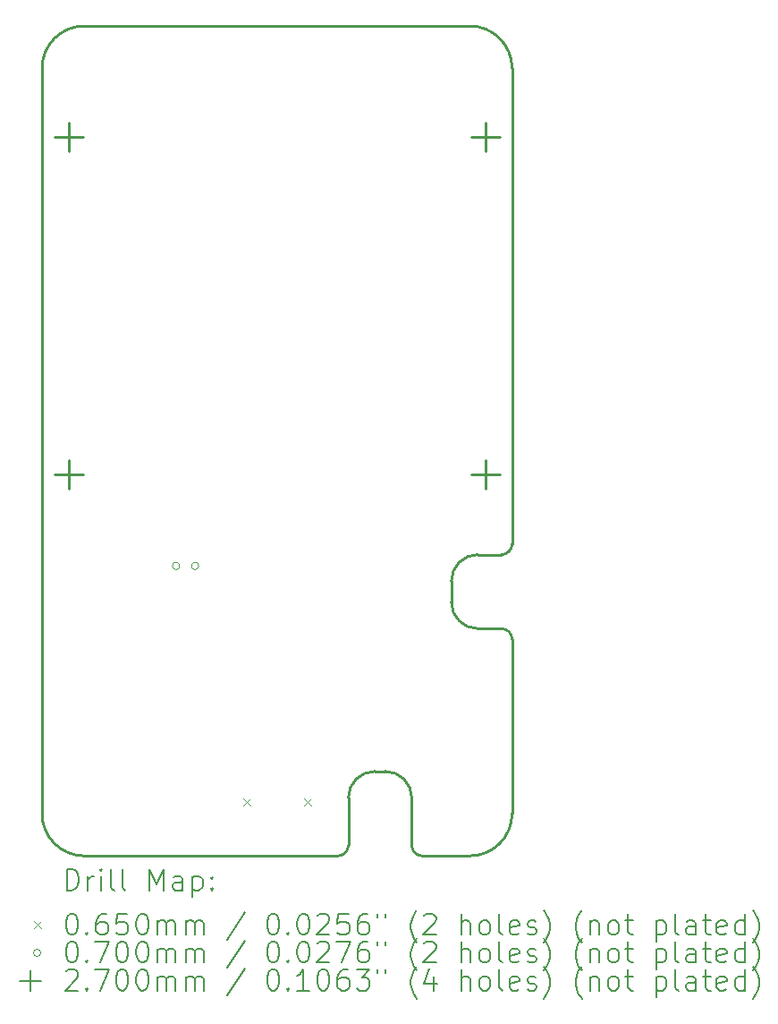
<source format=gbr>
%TF.GenerationSoftware,KiCad,Pcbnew,7.0.1*%
%TF.CreationDate,2023-09-19T14:53:10+09:00*%
%TF.ProjectId,ESP32-DevKit-Lipo_Rev_C,45535033-322d-4446-9576-4b69742d4c69,C*%
%TF.SameCoordinates,Original*%
%TF.FileFunction,Drillmap*%
%TF.FilePolarity,Positive*%
%FSLAX45Y45*%
G04 Gerber Fmt 4.5, Leading zero omitted, Abs format (unit mm)*
G04 Created by KiCad (PCBNEW 7.0.1) date 2023-09-19 14:53:10*
%MOMM*%
%LPD*%
G01*
G04 APERTURE LIST*
%ADD10C,0.254000*%
%ADD11C,0.200000*%
%ADD12C,0.065000*%
%ADD13C,0.070000*%
%ADD14C,0.270000*%
G04 APERTURE END LIST*
D10*
X16390000Y-12150000D02*
X16165000Y-12150000D01*
X15915000Y-11700000D02*
X15915000Y-11900000D01*
X16165000Y-11450000D02*
G75*
G03*
X15915000Y-11700000I0J-250000D01*
G01*
X15190000Y-13500000D02*
G75*
G03*
X14940000Y-13750000I0J-250000D01*
G01*
X15540000Y-13750000D02*
G75*
G03*
X15290000Y-13500000I-250000J0D01*
G01*
X15915000Y-11900000D02*
G75*
G03*
X16165000Y-12150000I250000J0D01*
G01*
X16490000Y-12250000D02*
G75*
G03*
X16390000Y-12150000I-100000J0D01*
G01*
X14840000Y-14300000D02*
G75*
G03*
X14940000Y-14200000I0J100000D01*
G01*
X15540000Y-14200000D02*
X15540000Y-13750000D01*
X12040000Y-6850000D02*
X12040000Y-13900000D01*
X16390000Y-11450000D02*
X16165000Y-11450000D01*
X12440000Y-6450000D02*
G75*
G03*
X12040000Y-6850000I0J-400000D01*
G01*
X16090000Y-6450000D02*
X12440000Y-6450000D01*
X15290000Y-13500000D02*
X15190000Y-13500000D01*
X16490000Y-6850000D02*
X16490000Y-11350000D01*
X16490000Y-6850000D02*
G75*
G03*
X16090000Y-6450000I-400000J0D01*
G01*
X12040000Y-13900000D02*
G75*
G03*
X12440000Y-14300000I400000J0D01*
G01*
X14940000Y-13750000D02*
X14940000Y-14200000D01*
X15540000Y-14200000D02*
G75*
G03*
X15640000Y-14300000I100000J0D01*
G01*
X16390000Y-11450000D02*
G75*
G03*
X16490000Y-11350000I0J100000D01*
G01*
X16090000Y-14300000D02*
X15640000Y-14300000D01*
X16490000Y-13900000D02*
X16490000Y-12250000D01*
X14840000Y-14300000D02*
X12440000Y-14300000D01*
X16090000Y-14300000D02*
G75*
G03*
X16490000Y-13900000I0J400000D01*
G01*
D11*
D12*
X13943500Y-13757000D02*
X14008500Y-13822000D01*
X14008500Y-13757000D02*
X13943500Y-13822000D01*
X14521500Y-13757000D02*
X14586500Y-13822000D01*
X14586500Y-13757000D02*
X14521500Y-13822000D01*
D13*
X13343500Y-11557000D02*
G75*
G03*
X13343500Y-11557000I-35000J0D01*
G01*
X13523500Y-11557000D02*
G75*
G03*
X13523500Y-11557000I-35000J0D01*
G01*
D14*
X12290000Y-7365000D02*
X12290000Y-7635000D01*
X12155000Y-7500000D02*
X12425000Y-7500000D01*
X12290000Y-10555000D02*
X12290000Y-10825000D01*
X12155000Y-10690000D02*
X12425000Y-10690000D01*
X16240000Y-7365000D02*
X16240000Y-7635000D01*
X16105000Y-7500000D02*
X16375000Y-7500000D01*
X16240000Y-10555000D02*
X16240000Y-10825000D01*
X16105000Y-10690000D02*
X16375000Y-10690000D01*
D11*
X12274919Y-14625224D02*
X12274919Y-14425224D01*
X12274919Y-14425224D02*
X12322538Y-14425224D01*
X12322538Y-14425224D02*
X12351109Y-14434748D01*
X12351109Y-14434748D02*
X12370157Y-14453795D01*
X12370157Y-14453795D02*
X12379681Y-14472843D01*
X12379681Y-14472843D02*
X12389205Y-14510938D01*
X12389205Y-14510938D02*
X12389205Y-14539509D01*
X12389205Y-14539509D02*
X12379681Y-14577605D01*
X12379681Y-14577605D02*
X12370157Y-14596652D01*
X12370157Y-14596652D02*
X12351109Y-14615700D01*
X12351109Y-14615700D02*
X12322538Y-14625224D01*
X12322538Y-14625224D02*
X12274919Y-14625224D01*
X12474919Y-14625224D02*
X12474919Y-14491890D01*
X12474919Y-14529986D02*
X12484443Y-14510938D01*
X12484443Y-14510938D02*
X12493967Y-14501414D01*
X12493967Y-14501414D02*
X12513014Y-14491890D01*
X12513014Y-14491890D02*
X12532062Y-14491890D01*
X12598728Y-14625224D02*
X12598728Y-14491890D01*
X12598728Y-14425224D02*
X12589205Y-14434748D01*
X12589205Y-14434748D02*
X12598728Y-14444271D01*
X12598728Y-14444271D02*
X12608252Y-14434748D01*
X12608252Y-14434748D02*
X12598728Y-14425224D01*
X12598728Y-14425224D02*
X12598728Y-14444271D01*
X12722538Y-14625224D02*
X12703490Y-14615700D01*
X12703490Y-14615700D02*
X12693967Y-14596652D01*
X12693967Y-14596652D02*
X12693967Y-14425224D01*
X12827300Y-14625224D02*
X12808252Y-14615700D01*
X12808252Y-14615700D02*
X12798728Y-14596652D01*
X12798728Y-14596652D02*
X12798728Y-14425224D01*
X13055871Y-14625224D02*
X13055871Y-14425224D01*
X13055871Y-14425224D02*
X13122538Y-14568081D01*
X13122538Y-14568081D02*
X13189205Y-14425224D01*
X13189205Y-14425224D02*
X13189205Y-14625224D01*
X13370157Y-14625224D02*
X13370157Y-14520462D01*
X13370157Y-14520462D02*
X13360633Y-14501414D01*
X13360633Y-14501414D02*
X13341586Y-14491890D01*
X13341586Y-14491890D02*
X13303490Y-14491890D01*
X13303490Y-14491890D02*
X13284443Y-14501414D01*
X13370157Y-14615700D02*
X13351109Y-14625224D01*
X13351109Y-14625224D02*
X13303490Y-14625224D01*
X13303490Y-14625224D02*
X13284443Y-14615700D01*
X13284443Y-14615700D02*
X13274919Y-14596652D01*
X13274919Y-14596652D02*
X13274919Y-14577605D01*
X13274919Y-14577605D02*
X13284443Y-14558557D01*
X13284443Y-14558557D02*
X13303490Y-14549033D01*
X13303490Y-14549033D02*
X13351109Y-14549033D01*
X13351109Y-14549033D02*
X13370157Y-14539509D01*
X13465395Y-14491890D02*
X13465395Y-14691890D01*
X13465395Y-14501414D02*
X13484443Y-14491890D01*
X13484443Y-14491890D02*
X13522538Y-14491890D01*
X13522538Y-14491890D02*
X13541586Y-14501414D01*
X13541586Y-14501414D02*
X13551109Y-14510938D01*
X13551109Y-14510938D02*
X13560633Y-14529986D01*
X13560633Y-14529986D02*
X13560633Y-14587128D01*
X13560633Y-14587128D02*
X13551109Y-14606176D01*
X13551109Y-14606176D02*
X13541586Y-14615700D01*
X13541586Y-14615700D02*
X13522538Y-14625224D01*
X13522538Y-14625224D02*
X13484443Y-14625224D01*
X13484443Y-14625224D02*
X13465395Y-14615700D01*
X13646348Y-14606176D02*
X13655871Y-14615700D01*
X13655871Y-14615700D02*
X13646348Y-14625224D01*
X13646348Y-14625224D02*
X13636824Y-14615700D01*
X13636824Y-14615700D02*
X13646348Y-14606176D01*
X13646348Y-14606176D02*
X13646348Y-14625224D01*
X13646348Y-14501414D02*
X13655871Y-14510938D01*
X13655871Y-14510938D02*
X13646348Y-14520462D01*
X13646348Y-14520462D02*
X13636824Y-14510938D01*
X13636824Y-14510938D02*
X13646348Y-14501414D01*
X13646348Y-14501414D02*
X13646348Y-14520462D01*
D12*
X11962300Y-14920200D02*
X12027300Y-14985200D01*
X12027300Y-14920200D02*
X11962300Y-14985200D01*
D11*
X12313014Y-14845224D02*
X12332062Y-14845224D01*
X12332062Y-14845224D02*
X12351109Y-14854748D01*
X12351109Y-14854748D02*
X12360633Y-14864271D01*
X12360633Y-14864271D02*
X12370157Y-14883319D01*
X12370157Y-14883319D02*
X12379681Y-14921414D01*
X12379681Y-14921414D02*
X12379681Y-14969033D01*
X12379681Y-14969033D02*
X12370157Y-15007128D01*
X12370157Y-15007128D02*
X12360633Y-15026176D01*
X12360633Y-15026176D02*
X12351109Y-15035700D01*
X12351109Y-15035700D02*
X12332062Y-15045224D01*
X12332062Y-15045224D02*
X12313014Y-15045224D01*
X12313014Y-15045224D02*
X12293967Y-15035700D01*
X12293967Y-15035700D02*
X12284443Y-15026176D01*
X12284443Y-15026176D02*
X12274919Y-15007128D01*
X12274919Y-15007128D02*
X12265395Y-14969033D01*
X12265395Y-14969033D02*
X12265395Y-14921414D01*
X12265395Y-14921414D02*
X12274919Y-14883319D01*
X12274919Y-14883319D02*
X12284443Y-14864271D01*
X12284443Y-14864271D02*
X12293967Y-14854748D01*
X12293967Y-14854748D02*
X12313014Y-14845224D01*
X12465395Y-15026176D02*
X12474919Y-15035700D01*
X12474919Y-15035700D02*
X12465395Y-15045224D01*
X12465395Y-15045224D02*
X12455871Y-15035700D01*
X12455871Y-15035700D02*
X12465395Y-15026176D01*
X12465395Y-15026176D02*
X12465395Y-15045224D01*
X12646348Y-14845224D02*
X12608252Y-14845224D01*
X12608252Y-14845224D02*
X12589205Y-14854748D01*
X12589205Y-14854748D02*
X12579681Y-14864271D01*
X12579681Y-14864271D02*
X12560633Y-14892843D01*
X12560633Y-14892843D02*
X12551109Y-14930938D01*
X12551109Y-14930938D02*
X12551109Y-15007128D01*
X12551109Y-15007128D02*
X12560633Y-15026176D01*
X12560633Y-15026176D02*
X12570157Y-15035700D01*
X12570157Y-15035700D02*
X12589205Y-15045224D01*
X12589205Y-15045224D02*
X12627300Y-15045224D01*
X12627300Y-15045224D02*
X12646348Y-15035700D01*
X12646348Y-15035700D02*
X12655871Y-15026176D01*
X12655871Y-15026176D02*
X12665395Y-15007128D01*
X12665395Y-15007128D02*
X12665395Y-14959509D01*
X12665395Y-14959509D02*
X12655871Y-14940462D01*
X12655871Y-14940462D02*
X12646348Y-14930938D01*
X12646348Y-14930938D02*
X12627300Y-14921414D01*
X12627300Y-14921414D02*
X12589205Y-14921414D01*
X12589205Y-14921414D02*
X12570157Y-14930938D01*
X12570157Y-14930938D02*
X12560633Y-14940462D01*
X12560633Y-14940462D02*
X12551109Y-14959509D01*
X12846348Y-14845224D02*
X12751109Y-14845224D01*
X12751109Y-14845224D02*
X12741586Y-14940462D01*
X12741586Y-14940462D02*
X12751109Y-14930938D01*
X12751109Y-14930938D02*
X12770157Y-14921414D01*
X12770157Y-14921414D02*
X12817776Y-14921414D01*
X12817776Y-14921414D02*
X12836824Y-14930938D01*
X12836824Y-14930938D02*
X12846348Y-14940462D01*
X12846348Y-14940462D02*
X12855871Y-14959509D01*
X12855871Y-14959509D02*
X12855871Y-15007128D01*
X12855871Y-15007128D02*
X12846348Y-15026176D01*
X12846348Y-15026176D02*
X12836824Y-15035700D01*
X12836824Y-15035700D02*
X12817776Y-15045224D01*
X12817776Y-15045224D02*
X12770157Y-15045224D01*
X12770157Y-15045224D02*
X12751109Y-15035700D01*
X12751109Y-15035700D02*
X12741586Y-15026176D01*
X12979681Y-14845224D02*
X12998729Y-14845224D01*
X12998729Y-14845224D02*
X13017776Y-14854748D01*
X13017776Y-14854748D02*
X13027300Y-14864271D01*
X13027300Y-14864271D02*
X13036824Y-14883319D01*
X13036824Y-14883319D02*
X13046348Y-14921414D01*
X13046348Y-14921414D02*
X13046348Y-14969033D01*
X13046348Y-14969033D02*
X13036824Y-15007128D01*
X13036824Y-15007128D02*
X13027300Y-15026176D01*
X13027300Y-15026176D02*
X13017776Y-15035700D01*
X13017776Y-15035700D02*
X12998729Y-15045224D01*
X12998729Y-15045224D02*
X12979681Y-15045224D01*
X12979681Y-15045224D02*
X12960633Y-15035700D01*
X12960633Y-15035700D02*
X12951109Y-15026176D01*
X12951109Y-15026176D02*
X12941586Y-15007128D01*
X12941586Y-15007128D02*
X12932062Y-14969033D01*
X12932062Y-14969033D02*
X12932062Y-14921414D01*
X12932062Y-14921414D02*
X12941586Y-14883319D01*
X12941586Y-14883319D02*
X12951109Y-14864271D01*
X12951109Y-14864271D02*
X12960633Y-14854748D01*
X12960633Y-14854748D02*
X12979681Y-14845224D01*
X13132062Y-15045224D02*
X13132062Y-14911890D01*
X13132062Y-14930938D02*
X13141586Y-14921414D01*
X13141586Y-14921414D02*
X13160633Y-14911890D01*
X13160633Y-14911890D02*
X13189205Y-14911890D01*
X13189205Y-14911890D02*
X13208252Y-14921414D01*
X13208252Y-14921414D02*
X13217776Y-14940462D01*
X13217776Y-14940462D02*
X13217776Y-15045224D01*
X13217776Y-14940462D02*
X13227300Y-14921414D01*
X13227300Y-14921414D02*
X13246348Y-14911890D01*
X13246348Y-14911890D02*
X13274919Y-14911890D01*
X13274919Y-14911890D02*
X13293967Y-14921414D01*
X13293967Y-14921414D02*
X13303490Y-14940462D01*
X13303490Y-14940462D02*
X13303490Y-15045224D01*
X13398729Y-15045224D02*
X13398729Y-14911890D01*
X13398729Y-14930938D02*
X13408252Y-14921414D01*
X13408252Y-14921414D02*
X13427300Y-14911890D01*
X13427300Y-14911890D02*
X13455871Y-14911890D01*
X13455871Y-14911890D02*
X13474919Y-14921414D01*
X13474919Y-14921414D02*
X13484443Y-14940462D01*
X13484443Y-14940462D02*
X13484443Y-15045224D01*
X13484443Y-14940462D02*
X13493967Y-14921414D01*
X13493967Y-14921414D02*
X13513014Y-14911890D01*
X13513014Y-14911890D02*
X13541586Y-14911890D01*
X13541586Y-14911890D02*
X13560633Y-14921414D01*
X13560633Y-14921414D02*
X13570157Y-14940462D01*
X13570157Y-14940462D02*
X13570157Y-15045224D01*
X13960633Y-14835700D02*
X13789205Y-15092843D01*
X14217776Y-14845224D02*
X14236824Y-14845224D01*
X14236824Y-14845224D02*
X14255872Y-14854748D01*
X14255872Y-14854748D02*
X14265395Y-14864271D01*
X14265395Y-14864271D02*
X14274919Y-14883319D01*
X14274919Y-14883319D02*
X14284443Y-14921414D01*
X14284443Y-14921414D02*
X14284443Y-14969033D01*
X14284443Y-14969033D02*
X14274919Y-15007128D01*
X14274919Y-15007128D02*
X14265395Y-15026176D01*
X14265395Y-15026176D02*
X14255872Y-15035700D01*
X14255872Y-15035700D02*
X14236824Y-15045224D01*
X14236824Y-15045224D02*
X14217776Y-15045224D01*
X14217776Y-15045224D02*
X14198729Y-15035700D01*
X14198729Y-15035700D02*
X14189205Y-15026176D01*
X14189205Y-15026176D02*
X14179681Y-15007128D01*
X14179681Y-15007128D02*
X14170157Y-14969033D01*
X14170157Y-14969033D02*
X14170157Y-14921414D01*
X14170157Y-14921414D02*
X14179681Y-14883319D01*
X14179681Y-14883319D02*
X14189205Y-14864271D01*
X14189205Y-14864271D02*
X14198729Y-14854748D01*
X14198729Y-14854748D02*
X14217776Y-14845224D01*
X14370157Y-15026176D02*
X14379681Y-15035700D01*
X14379681Y-15035700D02*
X14370157Y-15045224D01*
X14370157Y-15045224D02*
X14360633Y-15035700D01*
X14360633Y-15035700D02*
X14370157Y-15026176D01*
X14370157Y-15026176D02*
X14370157Y-15045224D01*
X14503491Y-14845224D02*
X14522538Y-14845224D01*
X14522538Y-14845224D02*
X14541586Y-14854748D01*
X14541586Y-14854748D02*
X14551110Y-14864271D01*
X14551110Y-14864271D02*
X14560633Y-14883319D01*
X14560633Y-14883319D02*
X14570157Y-14921414D01*
X14570157Y-14921414D02*
X14570157Y-14969033D01*
X14570157Y-14969033D02*
X14560633Y-15007128D01*
X14560633Y-15007128D02*
X14551110Y-15026176D01*
X14551110Y-15026176D02*
X14541586Y-15035700D01*
X14541586Y-15035700D02*
X14522538Y-15045224D01*
X14522538Y-15045224D02*
X14503491Y-15045224D01*
X14503491Y-15045224D02*
X14484443Y-15035700D01*
X14484443Y-15035700D02*
X14474919Y-15026176D01*
X14474919Y-15026176D02*
X14465395Y-15007128D01*
X14465395Y-15007128D02*
X14455872Y-14969033D01*
X14455872Y-14969033D02*
X14455872Y-14921414D01*
X14455872Y-14921414D02*
X14465395Y-14883319D01*
X14465395Y-14883319D02*
X14474919Y-14864271D01*
X14474919Y-14864271D02*
X14484443Y-14854748D01*
X14484443Y-14854748D02*
X14503491Y-14845224D01*
X14646348Y-14864271D02*
X14655872Y-14854748D01*
X14655872Y-14854748D02*
X14674919Y-14845224D01*
X14674919Y-14845224D02*
X14722538Y-14845224D01*
X14722538Y-14845224D02*
X14741586Y-14854748D01*
X14741586Y-14854748D02*
X14751110Y-14864271D01*
X14751110Y-14864271D02*
X14760633Y-14883319D01*
X14760633Y-14883319D02*
X14760633Y-14902367D01*
X14760633Y-14902367D02*
X14751110Y-14930938D01*
X14751110Y-14930938D02*
X14636824Y-15045224D01*
X14636824Y-15045224D02*
X14760633Y-15045224D01*
X14941586Y-14845224D02*
X14846348Y-14845224D01*
X14846348Y-14845224D02*
X14836824Y-14940462D01*
X14836824Y-14940462D02*
X14846348Y-14930938D01*
X14846348Y-14930938D02*
X14865395Y-14921414D01*
X14865395Y-14921414D02*
X14913014Y-14921414D01*
X14913014Y-14921414D02*
X14932062Y-14930938D01*
X14932062Y-14930938D02*
X14941586Y-14940462D01*
X14941586Y-14940462D02*
X14951110Y-14959509D01*
X14951110Y-14959509D02*
X14951110Y-15007128D01*
X14951110Y-15007128D02*
X14941586Y-15026176D01*
X14941586Y-15026176D02*
X14932062Y-15035700D01*
X14932062Y-15035700D02*
X14913014Y-15045224D01*
X14913014Y-15045224D02*
X14865395Y-15045224D01*
X14865395Y-15045224D02*
X14846348Y-15035700D01*
X14846348Y-15035700D02*
X14836824Y-15026176D01*
X15122538Y-14845224D02*
X15084443Y-14845224D01*
X15084443Y-14845224D02*
X15065395Y-14854748D01*
X15065395Y-14854748D02*
X15055872Y-14864271D01*
X15055872Y-14864271D02*
X15036824Y-14892843D01*
X15036824Y-14892843D02*
X15027300Y-14930938D01*
X15027300Y-14930938D02*
X15027300Y-15007128D01*
X15027300Y-15007128D02*
X15036824Y-15026176D01*
X15036824Y-15026176D02*
X15046348Y-15035700D01*
X15046348Y-15035700D02*
X15065395Y-15045224D01*
X15065395Y-15045224D02*
X15103491Y-15045224D01*
X15103491Y-15045224D02*
X15122538Y-15035700D01*
X15122538Y-15035700D02*
X15132062Y-15026176D01*
X15132062Y-15026176D02*
X15141586Y-15007128D01*
X15141586Y-15007128D02*
X15141586Y-14959509D01*
X15141586Y-14959509D02*
X15132062Y-14940462D01*
X15132062Y-14940462D02*
X15122538Y-14930938D01*
X15122538Y-14930938D02*
X15103491Y-14921414D01*
X15103491Y-14921414D02*
X15065395Y-14921414D01*
X15065395Y-14921414D02*
X15046348Y-14930938D01*
X15046348Y-14930938D02*
X15036824Y-14940462D01*
X15036824Y-14940462D02*
X15027300Y-14959509D01*
X15217776Y-14845224D02*
X15217776Y-14883319D01*
X15293967Y-14845224D02*
X15293967Y-14883319D01*
X15589205Y-15121414D02*
X15579681Y-15111890D01*
X15579681Y-15111890D02*
X15560634Y-15083319D01*
X15560634Y-15083319D02*
X15551110Y-15064271D01*
X15551110Y-15064271D02*
X15541586Y-15035700D01*
X15541586Y-15035700D02*
X15532062Y-14988081D01*
X15532062Y-14988081D02*
X15532062Y-14949986D01*
X15532062Y-14949986D02*
X15541586Y-14902367D01*
X15541586Y-14902367D02*
X15551110Y-14873795D01*
X15551110Y-14873795D02*
X15560634Y-14854748D01*
X15560634Y-14854748D02*
X15579681Y-14826176D01*
X15579681Y-14826176D02*
X15589205Y-14816652D01*
X15655872Y-14864271D02*
X15665395Y-14854748D01*
X15665395Y-14854748D02*
X15684443Y-14845224D01*
X15684443Y-14845224D02*
X15732062Y-14845224D01*
X15732062Y-14845224D02*
X15751110Y-14854748D01*
X15751110Y-14854748D02*
X15760634Y-14864271D01*
X15760634Y-14864271D02*
X15770157Y-14883319D01*
X15770157Y-14883319D02*
X15770157Y-14902367D01*
X15770157Y-14902367D02*
X15760634Y-14930938D01*
X15760634Y-14930938D02*
X15646348Y-15045224D01*
X15646348Y-15045224D02*
X15770157Y-15045224D01*
X16008253Y-15045224D02*
X16008253Y-14845224D01*
X16093967Y-15045224D02*
X16093967Y-14940462D01*
X16093967Y-14940462D02*
X16084443Y-14921414D01*
X16084443Y-14921414D02*
X16065396Y-14911890D01*
X16065396Y-14911890D02*
X16036824Y-14911890D01*
X16036824Y-14911890D02*
X16017776Y-14921414D01*
X16017776Y-14921414D02*
X16008253Y-14930938D01*
X16217776Y-15045224D02*
X16198729Y-15035700D01*
X16198729Y-15035700D02*
X16189205Y-15026176D01*
X16189205Y-15026176D02*
X16179681Y-15007128D01*
X16179681Y-15007128D02*
X16179681Y-14949986D01*
X16179681Y-14949986D02*
X16189205Y-14930938D01*
X16189205Y-14930938D02*
X16198729Y-14921414D01*
X16198729Y-14921414D02*
X16217776Y-14911890D01*
X16217776Y-14911890D02*
X16246348Y-14911890D01*
X16246348Y-14911890D02*
X16265396Y-14921414D01*
X16265396Y-14921414D02*
X16274919Y-14930938D01*
X16274919Y-14930938D02*
X16284443Y-14949986D01*
X16284443Y-14949986D02*
X16284443Y-15007128D01*
X16284443Y-15007128D02*
X16274919Y-15026176D01*
X16274919Y-15026176D02*
X16265396Y-15035700D01*
X16265396Y-15035700D02*
X16246348Y-15045224D01*
X16246348Y-15045224D02*
X16217776Y-15045224D01*
X16398729Y-15045224D02*
X16379681Y-15035700D01*
X16379681Y-15035700D02*
X16370157Y-15016652D01*
X16370157Y-15016652D02*
X16370157Y-14845224D01*
X16551110Y-15035700D02*
X16532062Y-15045224D01*
X16532062Y-15045224D02*
X16493967Y-15045224D01*
X16493967Y-15045224D02*
X16474919Y-15035700D01*
X16474919Y-15035700D02*
X16465396Y-15016652D01*
X16465396Y-15016652D02*
X16465396Y-14940462D01*
X16465396Y-14940462D02*
X16474919Y-14921414D01*
X16474919Y-14921414D02*
X16493967Y-14911890D01*
X16493967Y-14911890D02*
X16532062Y-14911890D01*
X16532062Y-14911890D02*
X16551110Y-14921414D01*
X16551110Y-14921414D02*
X16560634Y-14940462D01*
X16560634Y-14940462D02*
X16560634Y-14959509D01*
X16560634Y-14959509D02*
X16465396Y-14978557D01*
X16636824Y-15035700D02*
X16655872Y-15045224D01*
X16655872Y-15045224D02*
X16693967Y-15045224D01*
X16693967Y-15045224D02*
X16713015Y-15035700D01*
X16713015Y-15035700D02*
X16722538Y-15016652D01*
X16722538Y-15016652D02*
X16722538Y-15007128D01*
X16722538Y-15007128D02*
X16713015Y-14988081D01*
X16713015Y-14988081D02*
X16693967Y-14978557D01*
X16693967Y-14978557D02*
X16665396Y-14978557D01*
X16665396Y-14978557D02*
X16646348Y-14969033D01*
X16646348Y-14969033D02*
X16636824Y-14949986D01*
X16636824Y-14949986D02*
X16636824Y-14940462D01*
X16636824Y-14940462D02*
X16646348Y-14921414D01*
X16646348Y-14921414D02*
X16665396Y-14911890D01*
X16665396Y-14911890D02*
X16693967Y-14911890D01*
X16693967Y-14911890D02*
X16713015Y-14921414D01*
X16789205Y-15121414D02*
X16798729Y-15111890D01*
X16798729Y-15111890D02*
X16817777Y-15083319D01*
X16817777Y-15083319D02*
X16827300Y-15064271D01*
X16827300Y-15064271D02*
X16836824Y-15035700D01*
X16836824Y-15035700D02*
X16846348Y-14988081D01*
X16846348Y-14988081D02*
X16846348Y-14949986D01*
X16846348Y-14949986D02*
X16836824Y-14902367D01*
X16836824Y-14902367D02*
X16827300Y-14873795D01*
X16827300Y-14873795D02*
X16817777Y-14854748D01*
X16817777Y-14854748D02*
X16798729Y-14826176D01*
X16798729Y-14826176D02*
X16789205Y-14816652D01*
X17151110Y-15121414D02*
X17141586Y-15111890D01*
X17141586Y-15111890D02*
X17122539Y-15083319D01*
X17122539Y-15083319D02*
X17113015Y-15064271D01*
X17113015Y-15064271D02*
X17103491Y-15035700D01*
X17103491Y-15035700D02*
X17093967Y-14988081D01*
X17093967Y-14988081D02*
X17093967Y-14949986D01*
X17093967Y-14949986D02*
X17103491Y-14902367D01*
X17103491Y-14902367D02*
X17113015Y-14873795D01*
X17113015Y-14873795D02*
X17122539Y-14854748D01*
X17122539Y-14854748D02*
X17141586Y-14826176D01*
X17141586Y-14826176D02*
X17151110Y-14816652D01*
X17227300Y-14911890D02*
X17227300Y-15045224D01*
X17227300Y-14930938D02*
X17236824Y-14921414D01*
X17236824Y-14921414D02*
X17255872Y-14911890D01*
X17255872Y-14911890D02*
X17284443Y-14911890D01*
X17284443Y-14911890D02*
X17303491Y-14921414D01*
X17303491Y-14921414D02*
X17313015Y-14940462D01*
X17313015Y-14940462D02*
X17313015Y-15045224D01*
X17436824Y-15045224D02*
X17417777Y-15035700D01*
X17417777Y-15035700D02*
X17408253Y-15026176D01*
X17408253Y-15026176D02*
X17398729Y-15007128D01*
X17398729Y-15007128D02*
X17398729Y-14949986D01*
X17398729Y-14949986D02*
X17408253Y-14930938D01*
X17408253Y-14930938D02*
X17417777Y-14921414D01*
X17417777Y-14921414D02*
X17436824Y-14911890D01*
X17436824Y-14911890D02*
X17465396Y-14911890D01*
X17465396Y-14911890D02*
X17484443Y-14921414D01*
X17484443Y-14921414D02*
X17493967Y-14930938D01*
X17493967Y-14930938D02*
X17503491Y-14949986D01*
X17503491Y-14949986D02*
X17503491Y-15007128D01*
X17503491Y-15007128D02*
X17493967Y-15026176D01*
X17493967Y-15026176D02*
X17484443Y-15035700D01*
X17484443Y-15035700D02*
X17465396Y-15045224D01*
X17465396Y-15045224D02*
X17436824Y-15045224D01*
X17560634Y-14911890D02*
X17636824Y-14911890D01*
X17589205Y-14845224D02*
X17589205Y-15016652D01*
X17589205Y-15016652D02*
X17598729Y-15035700D01*
X17598729Y-15035700D02*
X17617777Y-15045224D01*
X17617777Y-15045224D02*
X17636824Y-15045224D01*
X17855872Y-14911890D02*
X17855872Y-15111890D01*
X17855872Y-14921414D02*
X17874920Y-14911890D01*
X17874920Y-14911890D02*
X17913015Y-14911890D01*
X17913015Y-14911890D02*
X17932062Y-14921414D01*
X17932062Y-14921414D02*
X17941586Y-14930938D01*
X17941586Y-14930938D02*
X17951110Y-14949986D01*
X17951110Y-14949986D02*
X17951110Y-15007128D01*
X17951110Y-15007128D02*
X17941586Y-15026176D01*
X17941586Y-15026176D02*
X17932062Y-15035700D01*
X17932062Y-15035700D02*
X17913015Y-15045224D01*
X17913015Y-15045224D02*
X17874920Y-15045224D01*
X17874920Y-15045224D02*
X17855872Y-15035700D01*
X18065396Y-15045224D02*
X18046348Y-15035700D01*
X18046348Y-15035700D02*
X18036824Y-15016652D01*
X18036824Y-15016652D02*
X18036824Y-14845224D01*
X18227301Y-15045224D02*
X18227301Y-14940462D01*
X18227301Y-14940462D02*
X18217777Y-14921414D01*
X18217777Y-14921414D02*
X18198729Y-14911890D01*
X18198729Y-14911890D02*
X18160634Y-14911890D01*
X18160634Y-14911890D02*
X18141586Y-14921414D01*
X18227301Y-15035700D02*
X18208253Y-15045224D01*
X18208253Y-15045224D02*
X18160634Y-15045224D01*
X18160634Y-15045224D02*
X18141586Y-15035700D01*
X18141586Y-15035700D02*
X18132062Y-15016652D01*
X18132062Y-15016652D02*
X18132062Y-14997605D01*
X18132062Y-14997605D02*
X18141586Y-14978557D01*
X18141586Y-14978557D02*
X18160634Y-14969033D01*
X18160634Y-14969033D02*
X18208253Y-14969033D01*
X18208253Y-14969033D02*
X18227301Y-14959509D01*
X18293967Y-14911890D02*
X18370158Y-14911890D01*
X18322539Y-14845224D02*
X18322539Y-15016652D01*
X18322539Y-15016652D02*
X18332062Y-15035700D01*
X18332062Y-15035700D02*
X18351110Y-15045224D01*
X18351110Y-15045224D02*
X18370158Y-15045224D01*
X18513015Y-15035700D02*
X18493967Y-15045224D01*
X18493967Y-15045224D02*
X18455872Y-15045224D01*
X18455872Y-15045224D02*
X18436824Y-15035700D01*
X18436824Y-15035700D02*
X18427301Y-15016652D01*
X18427301Y-15016652D02*
X18427301Y-14940462D01*
X18427301Y-14940462D02*
X18436824Y-14921414D01*
X18436824Y-14921414D02*
X18455872Y-14911890D01*
X18455872Y-14911890D02*
X18493967Y-14911890D01*
X18493967Y-14911890D02*
X18513015Y-14921414D01*
X18513015Y-14921414D02*
X18522539Y-14940462D01*
X18522539Y-14940462D02*
X18522539Y-14959509D01*
X18522539Y-14959509D02*
X18427301Y-14978557D01*
X18693967Y-15045224D02*
X18693967Y-14845224D01*
X18693967Y-15035700D02*
X18674920Y-15045224D01*
X18674920Y-15045224D02*
X18636824Y-15045224D01*
X18636824Y-15045224D02*
X18617777Y-15035700D01*
X18617777Y-15035700D02*
X18608253Y-15026176D01*
X18608253Y-15026176D02*
X18598729Y-15007128D01*
X18598729Y-15007128D02*
X18598729Y-14949986D01*
X18598729Y-14949986D02*
X18608253Y-14930938D01*
X18608253Y-14930938D02*
X18617777Y-14921414D01*
X18617777Y-14921414D02*
X18636824Y-14911890D01*
X18636824Y-14911890D02*
X18674920Y-14911890D01*
X18674920Y-14911890D02*
X18693967Y-14921414D01*
X18770158Y-15121414D02*
X18779682Y-15111890D01*
X18779682Y-15111890D02*
X18798729Y-15083319D01*
X18798729Y-15083319D02*
X18808253Y-15064271D01*
X18808253Y-15064271D02*
X18817777Y-15035700D01*
X18817777Y-15035700D02*
X18827301Y-14988081D01*
X18827301Y-14988081D02*
X18827301Y-14949986D01*
X18827301Y-14949986D02*
X18817777Y-14902367D01*
X18817777Y-14902367D02*
X18808253Y-14873795D01*
X18808253Y-14873795D02*
X18798729Y-14854748D01*
X18798729Y-14854748D02*
X18779682Y-14826176D01*
X18779682Y-14826176D02*
X18770158Y-14816652D01*
D13*
X12027300Y-15216700D02*
G75*
G03*
X12027300Y-15216700I-35000J0D01*
G01*
D11*
X12313014Y-15109224D02*
X12332062Y-15109224D01*
X12332062Y-15109224D02*
X12351109Y-15118748D01*
X12351109Y-15118748D02*
X12360633Y-15128271D01*
X12360633Y-15128271D02*
X12370157Y-15147319D01*
X12370157Y-15147319D02*
X12379681Y-15185414D01*
X12379681Y-15185414D02*
X12379681Y-15233033D01*
X12379681Y-15233033D02*
X12370157Y-15271128D01*
X12370157Y-15271128D02*
X12360633Y-15290176D01*
X12360633Y-15290176D02*
X12351109Y-15299700D01*
X12351109Y-15299700D02*
X12332062Y-15309224D01*
X12332062Y-15309224D02*
X12313014Y-15309224D01*
X12313014Y-15309224D02*
X12293967Y-15299700D01*
X12293967Y-15299700D02*
X12284443Y-15290176D01*
X12284443Y-15290176D02*
X12274919Y-15271128D01*
X12274919Y-15271128D02*
X12265395Y-15233033D01*
X12265395Y-15233033D02*
X12265395Y-15185414D01*
X12265395Y-15185414D02*
X12274919Y-15147319D01*
X12274919Y-15147319D02*
X12284443Y-15128271D01*
X12284443Y-15128271D02*
X12293967Y-15118748D01*
X12293967Y-15118748D02*
X12313014Y-15109224D01*
X12465395Y-15290176D02*
X12474919Y-15299700D01*
X12474919Y-15299700D02*
X12465395Y-15309224D01*
X12465395Y-15309224D02*
X12455871Y-15299700D01*
X12455871Y-15299700D02*
X12465395Y-15290176D01*
X12465395Y-15290176D02*
X12465395Y-15309224D01*
X12541586Y-15109224D02*
X12674919Y-15109224D01*
X12674919Y-15109224D02*
X12589205Y-15309224D01*
X12789205Y-15109224D02*
X12808252Y-15109224D01*
X12808252Y-15109224D02*
X12827300Y-15118748D01*
X12827300Y-15118748D02*
X12836824Y-15128271D01*
X12836824Y-15128271D02*
X12846348Y-15147319D01*
X12846348Y-15147319D02*
X12855871Y-15185414D01*
X12855871Y-15185414D02*
X12855871Y-15233033D01*
X12855871Y-15233033D02*
X12846348Y-15271128D01*
X12846348Y-15271128D02*
X12836824Y-15290176D01*
X12836824Y-15290176D02*
X12827300Y-15299700D01*
X12827300Y-15299700D02*
X12808252Y-15309224D01*
X12808252Y-15309224D02*
X12789205Y-15309224D01*
X12789205Y-15309224D02*
X12770157Y-15299700D01*
X12770157Y-15299700D02*
X12760633Y-15290176D01*
X12760633Y-15290176D02*
X12751109Y-15271128D01*
X12751109Y-15271128D02*
X12741586Y-15233033D01*
X12741586Y-15233033D02*
X12741586Y-15185414D01*
X12741586Y-15185414D02*
X12751109Y-15147319D01*
X12751109Y-15147319D02*
X12760633Y-15128271D01*
X12760633Y-15128271D02*
X12770157Y-15118748D01*
X12770157Y-15118748D02*
X12789205Y-15109224D01*
X12979681Y-15109224D02*
X12998729Y-15109224D01*
X12998729Y-15109224D02*
X13017776Y-15118748D01*
X13017776Y-15118748D02*
X13027300Y-15128271D01*
X13027300Y-15128271D02*
X13036824Y-15147319D01*
X13036824Y-15147319D02*
X13046348Y-15185414D01*
X13046348Y-15185414D02*
X13046348Y-15233033D01*
X13046348Y-15233033D02*
X13036824Y-15271128D01*
X13036824Y-15271128D02*
X13027300Y-15290176D01*
X13027300Y-15290176D02*
X13017776Y-15299700D01*
X13017776Y-15299700D02*
X12998729Y-15309224D01*
X12998729Y-15309224D02*
X12979681Y-15309224D01*
X12979681Y-15309224D02*
X12960633Y-15299700D01*
X12960633Y-15299700D02*
X12951109Y-15290176D01*
X12951109Y-15290176D02*
X12941586Y-15271128D01*
X12941586Y-15271128D02*
X12932062Y-15233033D01*
X12932062Y-15233033D02*
X12932062Y-15185414D01*
X12932062Y-15185414D02*
X12941586Y-15147319D01*
X12941586Y-15147319D02*
X12951109Y-15128271D01*
X12951109Y-15128271D02*
X12960633Y-15118748D01*
X12960633Y-15118748D02*
X12979681Y-15109224D01*
X13132062Y-15309224D02*
X13132062Y-15175890D01*
X13132062Y-15194938D02*
X13141586Y-15185414D01*
X13141586Y-15185414D02*
X13160633Y-15175890D01*
X13160633Y-15175890D02*
X13189205Y-15175890D01*
X13189205Y-15175890D02*
X13208252Y-15185414D01*
X13208252Y-15185414D02*
X13217776Y-15204462D01*
X13217776Y-15204462D02*
X13217776Y-15309224D01*
X13217776Y-15204462D02*
X13227300Y-15185414D01*
X13227300Y-15185414D02*
X13246348Y-15175890D01*
X13246348Y-15175890D02*
X13274919Y-15175890D01*
X13274919Y-15175890D02*
X13293967Y-15185414D01*
X13293967Y-15185414D02*
X13303490Y-15204462D01*
X13303490Y-15204462D02*
X13303490Y-15309224D01*
X13398729Y-15309224D02*
X13398729Y-15175890D01*
X13398729Y-15194938D02*
X13408252Y-15185414D01*
X13408252Y-15185414D02*
X13427300Y-15175890D01*
X13427300Y-15175890D02*
X13455871Y-15175890D01*
X13455871Y-15175890D02*
X13474919Y-15185414D01*
X13474919Y-15185414D02*
X13484443Y-15204462D01*
X13484443Y-15204462D02*
X13484443Y-15309224D01*
X13484443Y-15204462D02*
X13493967Y-15185414D01*
X13493967Y-15185414D02*
X13513014Y-15175890D01*
X13513014Y-15175890D02*
X13541586Y-15175890D01*
X13541586Y-15175890D02*
X13560633Y-15185414D01*
X13560633Y-15185414D02*
X13570157Y-15204462D01*
X13570157Y-15204462D02*
X13570157Y-15309224D01*
X13960633Y-15099700D02*
X13789205Y-15356843D01*
X14217776Y-15109224D02*
X14236824Y-15109224D01*
X14236824Y-15109224D02*
X14255872Y-15118748D01*
X14255872Y-15118748D02*
X14265395Y-15128271D01*
X14265395Y-15128271D02*
X14274919Y-15147319D01*
X14274919Y-15147319D02*
X14284443Y-15185414D01*
X14284443Y-15185414D02*
X14284443Y-15233033D01*
X14284443Y-15233033D02*
X14274919Y-15271128D01*
X14274919Y-15271128D02*
X14265395Y-15290176D01*
X14265395Y-15290176D02*
X14255872Y-15299700D01*
X14255872Y-15299700D02*
X14236824Y-15309224D01*
X14236824Y-15309224D02*
X14217776Y-15309224D01*
X14217776Y-15309224D02*
X14198729Y-15299700D01*
X14198729Y-15299700D02*
X14189205Y-15290176D01*
X14189205Y-15290176D02*
X14179681Y-15271128D01*
X14179681Y-15271128D02*
X14170157Y-15233033D01*
X14170157Y-15233033D02*
X14170157Y-15185414D01*
X14170157Y-15185414D02*
X14179681Y-15147319D01*
X14179681Y-15147319D02*
X14189205Y-15128271D01*
X14189205Y-15128271D02*
X14198729Y-15118748D01*
X14198729Y-15118748D02*
X14217776Y-15109224D01*
X14370157Y-15290176D02*
X14379681Y-15299700D01*
X14379681Y-15299700D02*
X14370157Y-15309224D01*
X14370157Y-15309224D02*
X14360633Y-15299700D01*
X14360633Y-15299700D02*
X14370157Y-15290176D01*
X14370157Y-15290176D02*
X14370157Y-15309224D01*
X14503491Y-15109224D02*
X14522538Y-15109224D01*
X14522538Y-15109224D02*
X14541586Y-15118748D01*
X14541586Y-15118748D02*
X14551110Y-15128271D01*
X14551110Y-15128271D02*
X14560633Y-15147319D01*
X14560633Y-15147319D02*
X14570157Y-15185414D01*
X14570157Y-15185414D02*
X14570157Y-15233033D01*
X14570157Y-15233033D02*
X14560633Y-15271128D01*
X14560633Y-15271128D02*
X14551110Y-15290176D01*
X14551110Y-15290176D02*
X14541586Y-15299700D01*
X14541586Y-15299700D02*
X14522538Y-15309224D01*
X14522538Y-15309224D02*
X14503491Y-15309224D01*
X14503491Y-15309224D02*
X14484443Y-15299700D01*
X14484443Y-15299700D02*
X14474919Y-15290176D01*
X14474919Y-15290176D02*
X14465395Y-15271128D01*
X14465395Y-15271128D02*
X14455872Y-15233033D01*
X14455872Y-15233033D02*
X14455872Y-15185414D01*
X14455872Y-15185414D02*
X14465395Y-15147319D01*
X14465395Y-15147319D02*
X14474919Y-15128271D01*
X14474919Y-15128271D02*
X14484443Y-15118748D01*
X14484443Y-15118748D02*
X14503491Y-15109224D01*
X14646348Y-15128271D02*
X14655872Y-15118748D01*
X14655872Y-15118748D02*
X14674919Y-15109224D01*
X14674919Y-15109224D02*
X14722538Y-15109224D01*
X14722538Y-15109224D02*
X14741586Y-15118748D01*
X14741586Y-15118748D02*
X14751110Y-15128271D01*
X14751110Y-15128271D02*
X14760633Y-15147319D01*
X14760633Y-15147319D02*
X14760633Y-15166367D01*
X14760633Y-15166367D02*
X14751110Y-15194938D01*
X14751110Y-15194938D02*
X14636824Y-15309224D01*
X14636824Y-15309224D02*
X14760633Y-15309224D01*
X14827300Y-15109224D02*
X14960633Y-15109224D01*
X14960633Y-15109224D02*
X14874919Y-15309224D01*
X15122538Y-15109224D02*
X15084443Y-15109224D01*
X15084443Y-15109224D02*
X15065395Y-15118748D01*
X15065395Y-15118748D02*
X15055872Y-15128271D01*
X15055872Y-15128271D02*
X15036824Y-15156843D01*
X15036824Y-15156843D02*
X15027300Y-15194938D01*
X15027300Y-15194938D02*
X15027300Y-15271128D01*
X15027300Y-15271128D02*
X15036824Y-15290176D01*
X15036824Y-15290176D02*
X15046348Y-15299700D01*
X15046348Y-15299700D02*
X15065395Y-15309224D01*
X15065395Y-15309224D02*
X15103491Y-15309224D01*
X15103491Y-15309224D02*
X15122538Y-15299700D01*
X15122538Y-15299700D02*
X15132062Y-15290176D01*
X15132062Y-15290176D02*
X15141586Y-15271128D01*
X15141586Y-15271128D02*
X15141586Y-15223509D01*
X15141586Y-15223509D02*
X15132062Y-15204462D01*
X15132062Y-15204462D02*
X15122538Y-15194938D01*
X15122538Y-15194938D02*
X15103491Y-15185414D01*
X15103491Y-15185414D02*
X15065395Y-15185414D01*
X15065395Y-15185414D02*
X15046348Y-15194938D01*
X15046348Y-15194938D02*
X15036824Y-15204462D01*
X15036824Y-15204462D02*
X15027300Y-15223509D01*
X15217776Y-15109224D02*
X15217776Y-15147319D01*
X15293967Y-15109224D02*
X15293967Y-15147319D01*
X15589205Y-15385414D02*
X15579681Y-15375890D01*
X15579681Y-15375890D02*
X15560634Y-15347319D01*
X15560634Y-15347319D02*
X15551110Y-15328271D01*
X15551110Y-15328271D02*
X15541586Y-15299700D01*
X15541586Y-15299700D02*
X15532062Y-15252081D01*
X15532062Y-15252081D02*
X15532062Y-15213986D01*
X15532062Y-15213986D02*
X15541586Y-15166367D01*
X15541586Y-15166367D02*
X15551110Y-15137795D01*
X15551110Y-15137795D02*
X15560634Y-15118748D01*
X15560634Y-15118748D02*
X15579681Y-15090176D01*
X15579681Y-15090176D02*
X15589205Y-15080652D01*
X15655872Y-15128271D02*
X15665395Y-15118748D01*
X15665395Y-15118748D02*
X15684443Y-15109224D01*
X15684443Y-15109224D02*
X15732062Y-15109224D01*
X15732062Y-15109224D02*
X15751110Y-15118748D01*
X15751110Y-15118748D02*
X15760634Y-15128271D01*
X15760634Y-15128271D02*
X15770157Y-15147319D01*
X15770157Y-15147319D02*
X15770157Y-15166367D01*
X15770157Y-15166367D02*
X15760634Y-15194938D01*
X15760634Y-15194938D02*
X15646348Y-15309224D01*
X15646348Y-15309224D02*
X15770157Y-15309224D01*
X16008253Y-15309224D02*
X16008253Y-15109224D01*
X16093967Y-15309224D02*
X16093967Y-15204462D01*
X16093967Y-15204462D02*
X16084443Y-15185414D01*
X16084443Y-15185414D02*
X16065396Y-15175890D01*
X16065396Y-15175890D02*
X16036824Y-15175890D01*
X16036824Y-15175890D02*
X16017776Y-15185414D01*
X16017776Y-15185414D02*
X16008253Y-15194938D01*
X16217776Y-15309224D02*
X16198729Y-15299700D01*
X16198729Y-15299700D02*
X16189205Y-15290176D01*
X16189205Y-15290176D02*
X16179681Y-15271128D01*
X16179681Y-15271128D02*
X16179681Y-15213986D01*
X16179681Y-15213986D02*
X16189205Y-15194938D01*
X16189205Y-15194938D02*
X16198729Y-15185414D01*
X16198729Y-15185414D02*
X16217776Y-15175890D01*
X16217776Y-15175890D02*
X16246348Y-15175890D01*
X16246348Y-15175890D02*
X16265396Y-15185414D01*
X16265396Y-15185414D02*
X16274919Y-15194938D01*
X16274919Y-15194938D02*
X16284443Y-15213986D01*
X16284443Y-15213986D02*
X16284443Y-15271128D01*
X16284443Y-15271128D02*
X16274919Y-15290176D01*
X16274919Y-15290176D02*
X16265396Y-15299700D01*
X16265396Y-15299700D02*
X16246348Y-15309224D01*
X16246348Y-15309224D02*
X16217776Y-15309224D01*
X16398729Y-15309224D02*
X16379681Y-15299700D01*
X16379681Y-15299700D02*
X16370157Y-15280652D01*
X16370157Y-15280652D02*
X16370157Y-15109224D01*
X16551110Y-15299700D02*
X16532062Y-15309224D01*
X16532062Y-15309224D02*
X16493967Y-15309224D01*
X16493967Y-15309224D02*
X16474919Y-15299700D01*
X16474919Y-15299700D02*
X16465396Y-15280652D01*
X16465396Y-15280652D02*
X16465396Y-15204462D01*
X16465396Y-15204462D02*
X16474919Y-15185414D01*
X16474919Y-15185414D02*
X16493967Y-15175890D01*
X16493967Y-15175890D02*
X16532062Y-15175890D01*
X16532062Y-15175890D02*
X16551110Y-15185414D01*
X16551110Y-15185414D02*
X16560634Y-15204462D01*
X16560634Y-15204462D02*
X16560634Y-15223509D01*
X16560634Y-15223509D02*
X16465396Y-15242557D01*
X16636824Y-15299700D02*
X16655872Y-15309224D01*
X16655872Y-15309224D02*
X16693967Y-15309224D01*
X16693967Y-15309224D02*
X16713015Y-15299700D01*
X16713015Y-15299700D02*
X16722538Y-15280652D01*
X16722538Y-15280652D02*
X16722538Y-15271128D01*
X16722538Y-15271128D02*
X16713015Y-15252081D01*
X16713015Y-15252081D02*
X16693967Y-15242557D01*
X16693967Y-15242557D02*
X16665396Y-15242557D01*
X16665396Y-15242557D02*
X16646348Y-15233033D01*
X16646348Y-15233033D02*
X16636824Y-15213986D01*
X16636824Y-15213986D02*
X16636824Y-15204462D01*
X16636824Y-15204462D02*
X16646348Y-15185414D01*
X16646348Y-15185414D02*
X16665396Y-15175890D01*
X16665396Y-15175890D02*
X16693967Y-15175890D01*
X16693967Y-15175890D02*
X16713015Y-15185414D01*
X16789205Y-15385414D02*
X16798729Y-15375890D01*
X16798729Y-15375890D02*
X16817777Y-15347319D01*
X16817777Y-15347319D02*
X16827300Y-15328271D01*
X16827300Y-15328271D02*
X16836824Y-15299700D01*
X16836824Y-15299700D02*
X16846348Y-15252081D01*
X16846348Y-15252081D02*
X16846348Y-15213986D01*
X16846348Y-15213986D02*
X16836824Y-15166367D01*
X16836824Y-15166367D02*
X16827300Y-15137795D01*
X16827300Y-15137795D02*
X16817777Y-15118748D01*
X16817777Y-15118748D02*
X16798729Y-15090176D01*
X16798729Y-15090176D02*
X16789205Y-15080652D01*
X17151110Y-15385414D02*
X17141586Y-15375890D01*
X17141586Y-15375890D02*
X17122539Y-15347319D01*
X17122539Y-15347319D02*
X17113015Y-15328271D01*
X17113015Y-15328271D02*
X17103491Y-15299700D01*
X17103491Y-15299700D02*
X17093967Y-15252081D01*
X17093967Y-15252081D02*
X17093967Y-15213986D01*
X17093967Y-15213986D02*
X17103491Y-15166367D01*
X17103491Y-15166367D02*
X17113015Y-15137795D01*
X17113015Y-15137795D02*
X17122539Y-15118748D01*
X17122539Y-15118748D02*
X17141586Y-15090176D01*
X17141586Y-15090176D02*
X17151110Y-15080652D01*
X17227300Y-15175890D02*
X17227300Y-15309224D01*
X17227300Y-15194938D02*
X17236824Y-15185414D01*
X17236824Y-15185414D02*
X17255872Y-15175890D01*
X17255872Y-15175890D02*
X17284443Y-15175890D01*
X17284443Y-15175890D02*
X17303491Y-15185414D01*
X17303491Y-15185414D02*
X17313015Y-15204462D01*
X17313015Y-15204462D02*
X17313015Y-15309224D01*
X17436824Y-15309224D02*
X17417777Y-15299700D01*
X17417777Y-15299700D02*
X17408253Y-15290176D01*
X17408253Y-15290176D02*
X17398729Y-15271128D01*
X17398729Y-15271128D02*
X17398729Y-15213986D01*
X17398729Y-15213986D02*
X17408253Y-15194938D01*
X17408253Y-15194938D02*
X17417777Y-15185414D01*
X17417777Y-15185414D02*
X17436824Y-15175890D01*
X17436824Y-15175890D02*
X17465396Y-15175890D01*
X17465396Y-15175890D02*
X17484443Y-15185414D01*
X17484443Y-15185414D02*
X17493967Y-15194938D01*
X17493967Y-15194938D02*
X17503491Y-15213986D01*
X17503491Y-15213986D02*
X17503491Y-15271128D01*
X17503491Y-15271128D02*
X17493967Y-15290176D01*
X17493967Y-15290176D02*
X17484443Y-15299700D01*
X17484443Y-15299700D02*
X17465396Y-15309224D01*
X17465396Y-15309224D02*
X17436824Y-15309224D01*
X17560634Y-15175890D02*
X17636824Y-15175890D01*
X17589205Y-15109224D02*
X17589205Y-15280652D01*
X17589205Y-15280652D02*
X17598729Y-15299700D01*
X17598729Y-15299700D02*
X17617777Y-15309224D01*
X17617777Y-15309224D02*
X17636824Y-15309224D01*
X17855872Y-15175890D02*
X17855872Y-15375890D01*
X17855872Y-15185414D02*
X17874920Y-15175890D01*
X17874920Y-15175890D02*
X17913015Y-15175890D01*
X17913015Y-15175890D02*
X17932062Y-15185414D01*
X17932062Y-15185414D02*
X17941586Y-15194938D01*
X17941586Y-15194938D02*
X17951110Y-15213986D01*
X17951110Y-15213986D02*
X17951110Y-15271128D01*
X17951110Y-15271128D02*
X17941586Y-15290176D01*
X17941586Y-15290176D02*
X17932062Y-15299700D01*
X17932062Y-15299700D02*
X17913015Y-15309224D01*
X17913015Y-15309224D02*
X17874920Y-15309224D01*
X17874920Y-15309224D02*
X17855872Y-15299700D01*
X18065396Y-15309224D02*
X18046348Y-15299700D01*
X18046348Y-15299700D02*
X18036824Y-15280652D01*
X18036824Y-15280652D02*
X18036824Y-15109224D01*
X18227301Y-15309224D02*
X18227301Y-15204462D01*
X18227301Y-15204462D02*
X18217777Y-15185414D01*
X18217777Y-15185414D02*
X18198729Y-15175890D01*
X18198729Y-15175890D02*
X18160634Y-15175890D01*
X18160634Y-15175890D02*
X18141586Y-15185414D01*
X18227301Y-15299700D02*
X18208253Y-15309224D01*
X18208253Y-15309224D02*
X18160634Y-15309224D01*
X18160634Y-15309224D02*
X18141586Y-15299700D01*
X18141586Y-15299700D02*
X18132062Y-15280652D01*
X18132062Y-15280652D02*
X18132062Y-15261605D01*
X18132062Y-15261605D02*
X18141586Y-15242557D01*
X18141586Y-15242557D02*
X18160634Y-15233033D01*
X18160634Y-15233033D02*
X18208253Y-15233033D01*
X18208253Y-15233033D02*
X18227301Y-15223509D01*
X18293967Y-15175890D02*
X18370158Y-15175890D01*
X18322539Y-15109224D02*
X18322539Y-15280652D01*
X18322539Y-15280652D02*
X18332062Y-15299700D01*
X18332062Y-15299700D02*
X18351110Y-15309224D01*
X18351110Y-15309224D02*
X18370158Y-15309224D01*
X18513015Y-15299700D02*
X18493967Y-15309224D01*
X18493967Y-15309224D02*
X18455872Y-15309224D01*
X18455872Y-15309224D02*
X18436824Y-15299700D01*
X18436824Y-15299700D02*
X18427301Y-15280652D01*
X18427301Y-15280652D02*
X18427301Y-15204462D01*
X18427301Y-15204462D02*
X18436824Y-15185414D01*
X18436824Y-15185414D02*
X18455872Y-15175890D01*
X18455872Y-15175890D02*
X18493967Y-15175890D01*
X18493967Y-15175890D02*
X18513015Y-15185414D01*
X18513015Y-15185414D02*
X18522539Y-15204462D01*
X18522539Y-15204462D02*
X18522539Y-15223509D01*
X18522539Y-15223509D02*
X18427301Y-15242557D01*
X18693967Y-15309224D02*
X18693967Y-15109224D01*
X18693967Y-15299700D02*
X18674920Y-15309224D01*
X18674920Y-15309224D02*
X18636824Y-15309224D01*
X18636824Y-15309224D02*
X18617777Y-15299700D01*
X18617777Y-15299700D02*
X18608253Y-15290176D01*
X18608253Y-15290176D02*
X18598729Y-15271128D01*
X18598729Y-15271128D02*
X18598729Y-15213986D01*
X18598729Y-15213986D02*
X18608253Y-15194938D01*
X18608253Y-15194938D02*
X18617777Y-15185414D01*
X18617777Y-15185414D02*
X18636824Y-15175890D01*
X18636824Y-15175890D02*
X18674920Y-15175890D01*
X18674920Y-15175890D02*
X18693967Y-15185414D01*
X18770158Y-15385414D02*
X18779682Y-15375890D01*
X18779682Y-15375890D02*
X18798729Y-15347319D01*
X18798729Y-15347319D02*
X18808253Y-15328271D01*
X18808253Y-15328271D02*
X18817777Y-15299700D01*
X18817777Y-15299700D02*
X18827301Y-15252081D01*
X18827301Y-15252081D02*
X18827301Y-15213986D01*
X18827301Y-15213986D02*
X18817777Y-15166367D01*
X18817777Y-15166367D02*
X18808253Y-15137795D01*
X18808253Y-15137795D02*
X18798729Y-15118748D01*
X18798729Y-15118748D02*
X18779682Y-15090176D01*
X18779682Y-15090176D02*
X18770158Y-15080652D01*
X11927300Y-15380700D02*
X11927300Y-15580700D01*
X11827300Y-15480700D02*
X12027300Y-15480700D01*
X12265395Y-15392271D02*
X12274919Y-15382748D01*
X12274919Y-15382748D02*
X12293967Y-15373224D01*
X12293967Y-15373224D02*
X12341586Y-15373224D01*
X12341586Y-15373224D02*
X12360633Y-15382748D01*
X12360633Y-15382748D02*
X12370157Y-15392271D01*
X12370157Y-15392271D02*
X12379681Y-15411319D01*
X12379681Y-15411319D02*
X12379681Y-15430367D01*
X12379681Y-15430367D02*
X12370157Y-15458938D01*
X12370157Y-15458938D02*
X12255871Y-15573224D01*
X12255871Y-15573224D02*
X12379681Y-15573224D01*
X12465395Y-15554176D02*
X12474919Y-15563700D01*
X12474919Y-15563700D02*
X12465395Y-15573224D01*
X12465395Y-15573224D02*
X12455871Y-15563700D01*
X12455871Y-15563700D02*
X12465395Y-15554176D01*
X12465395Y-15554176D02*
X12465395Y-15573224D01*
X12541586Y-15373224D02*
X12674919Y-15373224D01*
X12674919Y-15373224D02*
X12589205Y-15573224D01*
X12789205Y-15373224D02*
X12808252Y-15373224D01*
X12808252Y-15373224D02*
X12827300Y-15382748D01*
X12827300Y-15382748D02*
X12836824Y-15392271D01*
X12836824Y-15392271D02*
X12846348Y-15411319D01*
X12846348Y-15411319D02*
X12855871Y-15449414D01*
X12855871Y-15449414D02*
X12855871Y-15497033D01*
X12855871Y-15497033D02*
X12846348Y-15535128D01*
X12846348Y-15535128D02*
X12836824Y-15554176D01*
X12836824Y-15554176D02*
X12827300Y-15563700D01*
X12827300Y-15563700D02*
X12808252Y-15573224D01*
X12808252Y-15573224D02*
X12789205Y-15573224D01*
X12789205Y-15573224D02*
X12770157Y-15563700D01*
X12770157Y-15563700D02*
X12760633Y-15554176D01*
X12760633Y-15554176D02*
X12751109Y-15535128D01*
X12751109Y-15535128D02*
X12741586Y-15497033D01*
X12741586Y-15497033D02*
X12741586Y-15449414D01*
X12741586Y-15449414D02*
X12751109Y-15411319D01*
X12751109Y-15411319D02*
X12760633Y-15392271D01*
X12760633Y-15392271D02*
X12770157Y-15382748D01*
X12770157Y-15382748D02*
X12789205Y-15373224D01*
X12979681Y-15373224D02*
X12998729Y-15373224D01*
X12998729Y-15373224D02*
X13017776Y-15382748D01*
X13017776Y-15382748D02*
X13027300Y-15392271D01*
X13027300Y-15392271D02*
X13036824Y-15411319D01*
X13036824Y-15411319D02*
X13046348Y-15449414D01*
X13046348Y-15449414D02*
X13046348Y-15497033D01*
X13046348Y-15497033D02*
X13036824Y-15535128D01*
X13036824Y-15535128D02*
X13027300Y-15554176D01*
X13027300Y-15554176D02*
X13017776Y-15563700D01*
X13017776Y-15563700D02*
X12998729Y-15573224D01*
X12998729Y-15573224D02*
X12979681Y-15573224D01*
X12979681Y-15573224D02*
X12960633Y-15563700D01*
X12960633Y-15563700D02*
X12951109Y-15554176D01*
X12951109Y-15554176D02*
X12941586Y-15535128D01*
X12941586Y-15535128D02*
X12932062Y-15497033D01*
X12932062Y-15497033D02*
X12932062Y-15449414D01*
X12932062Y-15449414D02*
X12941586Y-15411319D01*
X12941586Y-15411319D02*
X12951109Y-15392271D01*
X12951109Y-15392271D02*
X12960633Y-15382748D01*
X12960633Y-15382748D02*
X12979681Y-15373224D01*
X13132062Y-15573224D02*
X13132062Y-15439890D01*
X13132062Y-15458938D02*
X13141586Y-15449414D01*
X13141586Y-15449414D02*
X13160633Y-15439890D01*
X13160633Y-15439890D02*
X13189205Y-15439890D01*
X13189205Y-15439890D02*
X13208252Y-15449414D01*
X13208252Y-15449414D02*
X13217776Y-15468462D01*
X13217776Y-15468462D02*
X13217776Y-15573224D01*
X13217776Y-15468462D02*
X13227300Y-15449414D01*
X13227300Y-15449414D02*
X13246348Y-15439890D01*
X13246348Y-15439890D02*
X13274919Y-15439890D01*
X13274919Y-15439890D02*
X13293967Y-15449414D01*
X13293967Y-15449414D02*
X13303490Y-15468462D01*
X13303490Y-15468462D02*
X13303490Y-15573224D01*
X13398729Y-15573224D02*
X13398729Y-15439890D01*
X13398729Y-15458938D02*
X13408252Y-15449414D01*
X13408252Y-15449414D02*
X13427300Y-15439890D01*
X13427300Y-15439890D02*
X13455871Y-15439890D01*
X13455871Y-15439890D02*
X13474919Y-15449414D01*
X13474919Y-15449414D02*
X13484443Y-15468462D01*
X13484443Y-15468462D02*
X13484443Y-15573224D01*
X13484443Y-15468462D02*
X13493967Y-15449414D01*
X13493967Y-15449414D02*
X13513014Y-15439890D01*
X13513014Y-15439890D02*
X13541586Y-15439890D01*
X13541586Y-15439890D02*
X13560633Y-15449414D01*
X13560633Y-15449414D02*
X13570157Y-15468462D01*
X13570157Y-15468462D02*
X13570157Y-15573224D01*
X13960633Y-15363700D02*
X13789205Y-15620843D01*
X14217776Y-15373224D02*
X14236824Y-15373224D01*
X14236824Y-15373224D02*
X14255872Y-15382748D01*
X14255872Y-15382748D02*
X14265395Y-15392271D01*
X14265395Y-15392271D02*
X14274919Y-15411319D01*
X14274919Y-15411319D02*
X14284443Y-15449414D01*
X14284443Y-15449414D02*
X14284443Y-15497033D01*
X14284443Y-15497033D02*
X14274919Y-15535128D01*
X14274919Y-15535128D02*
X14265395Y-15554176D01*
X14265395Y-15554176D02*
X14255872Y-15563700D01*
X14255872Y-15563700D02*
X14236824Y-15573224D01*
X14236824Y-15573224D02*
X14217776Y-15573224D01*
X14217776Y-15573224D02*
X14198729Y-15563700D01*
X14198729Y-15563700D02*
X14189205Y-15554176D01*
X14189205Y-15554176D02*
X14179681Y-15535128D01*
X14179681Y-15535128D02*
X14170157Y-15497033D01*
X14170157Y-15497033D02*
X14170157Y-15449414D01*
X14170157Y-15449414D02*
X14179681Y-15411319D01*
X14179681Y-15411319D02*
X14189205Y-15392271D01*
X14189205Y-15392271D02*
X14198729Y-15382748D01*
X14198729Y-15382748D02*
X14217776Y-15373224D01*
X14370157Y-15554176D02*
X14379681Y-15563700D01*
X14379681Y-15563700D02*
X14370157Y-15573224D01*
X14370157Y-15573224D02*
X14360633Y-15563700D01*
X14360633Y-15563700D02*
X14370157Y-15554176D01*
X14370157Y-15554176D02*
X14370157Y-15573224D01*
X14570157Y-15573224D02*
X14455872Y-15573224D01*
X14513014Y-15573224D02*
X14513014Y-15373224D01*
X14513014Y-15373224D02*
X14493967Y-15401795D01*
X14493967Y-15401795D02*
X14474919Y-15420843D01*
X14474919Y-15420843D02*
X14455872Y-15430367D01*
X14693967Y-15373224D02*
X14713014Y-15373224D01*
X14713014Y-15373224D02*
X14732062Y-15382748D01*
X14732062Y-15382748D02*
X14741586Y-15392271D01*
X14741586Y-15392271D02*
X14751110Y-15411319D01*
X14751110Y-15411319D02*
X14760633Y-15449414D01*
X14760633Y-15449414D02*
X14760633Y-15497033D01*
X14760633Y-15497033D02*
X14751110Y-15535128D01*
X14751110Y-15535128D02*
X14741586Y-15554176D01*
X14741586Y-15554176D02*
X14732062Y-15563700D01*
X14732062Y-15563700D02*
X14713014Y-15573224D01*
X14713014Y-15573224D02*
X14693967Y-15573224D01*
X14693967Y-15573224D02*
X14674919Y-15563700D01*
X14674919Y-15563700D02*
X14665395Y-15554176D01*
X14665395Y-15554176D02*
X14655872Y-15535128D01*
X14655872Y-15535128D02*
X14646348Y-15497033D01*
X14646348Y-15497033D02*
X14646348Y-15449414D01*
X14646348Y-15449414D02*
X14655872Y-15411319D01*
X14655872Y-15411319D02*
X14665395Y-15392271D01*
X14665395Y-15392271D02*
X14674919Y-15382748D01*
X14674919Y-15382748D02*
X14693967Y-15373224D01*
X14932062Y-15373224D02*
X14893967Y-15373224D01*
X14893967Y-15373224D02*
X14874919Y-15382748D01*
X14874919Y-15382748D02*
X14865395Y-15392271D01*
X14865395Y-15392271D02*
X14846348Y-15420843D01*
X14846348Y-15420843D02*
X14836824Y-15458938D01*
X14836824Y-15458938D02*
X14836824Y-15535128D01*
X14836824Y-15535128D02*
X14846348Y-15554176D01*
X14846348Y-15554176D02*
X14855872Y-15563700D01*
X14855872Y-15563700D02*
X14874919Y-15573224D01*
X14874919Y-15573224D02*
X14913014Y-15573224D01*
X14913014Y-15573224D02*
X14932062Y-15563700D01*
X14932062Y-15563700D02*
X14941586Y-15554176D01*
X14941586Y-15554176D02*
X14951110Y-15535128D01*
X14951110Y-15535128D02*
X14951110Y-15487509D01*
X14951110Y-15487509D02*
X14941586Y-15468462D01*
X14941586Y-15468462D02*
X14932062Y-15458938D01*
X14932062Y-15458938D02*
X14913014Y-15449414D01*
X14913014Y-15449414D02*
X14874919Y-15449414D01*
X14874919Y-15449414D02*
X14855872Y-15458938D01*
X14855872Y-15458938D02*
X14846348Y-15468462D01*
X14846348Y-15468462D02*
X14836824Y-15487509D01*
X15017776Y-15373224D02*
X15141586Y-15373224D01*
X15141586Y-15373224D02*
X15074919Y-15449414D01*
X15074919Y-15449414D02*
X15103491Y-15449414D01*
X15103491Y-15449414D02*
X15122538Y-15458938D01*
X15122538Y-15458938D02*
X15132062Y-15468462D01*
X15132062Y-15468462D02*
X15141586Y-15487509D01*
X15141586Y-15487509D02*
X15141586Y-15535128D01*
X15141586Y-15535128D02*
X15132062Y-15554176D01*
X15132062Y-15554176D02*
X15122538Y-15563700D01*
X15122538Y-15563700D02*
X15103491Y-15573224D01*
X15103491Y-15573224D02*
X15046348Y-15573224D01*
X15046348Y-15573224D02*
X15027300Y-15563700D01*
X15027300Y-15563700D02*
X15017776Y-15554176D01*
X15217776Y-15373224D02*
X15217776Y-15411319D01*
X15293967Y-15373224D02*
X15293967Y-15411319D01*
X15589205Y-15649414D02*
X15579681Y-15639890D01*
X15579681Y-15639890D02*
X15560634Y-15611319D01*
X15560634Y-15611319D02*
X15551110Y-15592271D01*
X15551110Y-15592271D02*
X15541586Y-15563700D01*
X15541586Y-15563700D02*
X15532062Y-15516081D01*
X15532062Y-15516081D02*
X15532062Y-15477986D01*
X15532062Y-15477986D02*
X15541586Y-15430367D01*
X15541586Y-15430367D02*
X15551110Y-15401795D01*
X15551110Y-15401795D02*
X15560634Y-15382748D01*
X15560634Y-15382748D02*
X15579681Y-15354176D01*
X15579681Y-15354176D02*
X15589205Y-15344652D01*
X15751110Y-15439890D02*
X15751110Y-15573224D01*
X15703491Y-15363700D02*
X15655872Y-15506557D01*
X15655872Y-15506557D02*
X15779681Y-15506557D01*
X16008253Y-15573224D02*
X16008253Y-15373224D01*
X16093967Y-15573224D02*
X16093967Y-15468462D01*
X16093967Y-15468462D02*
X16084443Y-15449414D01*
X16084443Y-15449414D02*
X16065396Y-15439890D01*
X16065396Y-15439890D02*
X16036824Y-15439890D01*
X16036824Y-15439890D02*
X16017776Y-15449414D01*
X16017776Y-15449414D02*
X16008253Y-15458938D01*
X16217776Y-15573224D02*
X16198729Y-15563700D01*
X16198729Y-15563700D02*
X16189205Y-15554176D01*
X16189205Y-15554176D02*
X16179681Y-15535128D01*
X16179681Y-15535128D02*
X16179681Y-15477986D01*
X16179681Y-15477986D02*
X16189205Y-15458938D01*
X16189205Y-15458938D02*
X16198729Y-15449414D01*
X16198729Y-15449414D02*
X16217776Y-15439890D01*
X16217776Y-15439890D02*
X16246348Y-15439890D01*
X16246348Y-15439890D02*
X16265396Y-15449414D01*
X16265396Y-15449414D02*
X16274919Y-15458938D01*
X16274919Y-15458938D02*
X16284443Y-15477986D01*
X16284443Y-15477986D02*
X16284443Y-15535128D01*
X16284443Y-15535128D02*
X16274919Y-15554176D01*
X16274919Y-15554176D02*
X16265396Y-15563700D01*
X16265396Y-15563700D02*
X16246348Y-15573224D01*
X16246348Y-15573224D02*
X16217776Y-15573224D01*
X16398729Y-15573224D02*
X16379681Y-15563700D01*
X16379681Y-15563700D02*
X16370157Y-15544652D01*
X16370157Y-15544652D02*
X16370157Y-15373224D01*
X16551110Y-15563700D02*
X16532062Y-15573224D01*
X16532062Y-15573224D02*
X16493967Y-15573224D01*
X16493967Y-15573224D02*
X16474919Y-15563700D01*
X16474919Y-15563700D02*
X16465396Y-15544652D01*
X16465396Y-15544652D02*
X16465396Y-15468462D01*
X16465396Y-15468462D02*
X16474919Y-15449414D01*
X16474919Y-15449414D02*
X16493967Y-15439890D01*
X16493967Y-15439890D02*
X16532062Y-15439890D01*
X16532062Y-15439890D02*
X16551110Y-15449414D01*
X16551110Y-15449414D02*
X16560634Y-15468462D01*
X16560634Y-15468462D02*
X16560634Y-15487509D01*
X16560634Y-15487509D02*
X16465396Y-15506557D01*
X16636824Y-15563700D02*
X16655872Y-15573224D01*
X16655872Y-15573224D02*
X16693967Y-15573224D01*
X16693967Y-15573224D02*
X16713015Y-15563700D01*
X16713015Y-15563700D02*
X16722538Y-15544652D01*
X16722538Y-15544652D02*
X16722538Y-15535128D01*
X16722538Y-15535128D02*
X16713015Y-15516081D01*
X16713015Y-15516081D02*
X16693967Y-15506557D01*
X16693967Y-15506557D02*
X16665396Y-15506557D01*
X16665396Y-15506557D02*
X16646348Y-15497033D01*
X16646348Y-15497033D02*
X16636824Y-15477986D01*
X16636824Y-15477986D02*
X16636824Y-15468462D01*
X16636824Y-15468462D02*
X16646348Y-15449414D01*
X16646348Y-15449414D02*
X16665396Y-15439890D01*
X16665396Y-15439890D02*
X16693967Y-15439890D01*
X16693967Y-15439890D02*
X16713015Y-15449414D01*
X16789205Y-15649414D02*
X16798729Y-15639890D01*
X16798729Y-15639890D02*
X16817777Y-15611319D01*
X16817777Y-15611319D02*
X16827300Y-15592271D01*
X16827300Y-15592271D02*
X16836824Y-15563700D01*
X16836824Y-15563700D02*
X16846348Y-15516081D01*
X16846348Y-15516081D02*
X16846348Y-15477986D01*
X16846348Y-15477986D02*
X16836824Y-15430367D01*
X16836824Y-15430367D02*
X16827300Y-15401795D01*
X16827300Y-15401795D02*
X16817777Y-15382748D01*
X16817777Y-15382748D02*
X16798729Y-15354176D01*
X16798729Y-15354176D02*
X16789205Y-15344652D01*
X17151110Y-15649414D02*
X17141586Y-15639890D01*
X17141586Y-15639890D02*
X17122539Y-15611319D01*
X17122539Y-15611319D02*
X17113015Y-15592271D01*
X17113015Y-15592271D02*
X17103491Y-15563700D01*
X17103491Y-15563700D02*
X17093967Y-15516081D01*
X17093967Y-15516081D02*
X17093967Y-15477986D01*
X17093967Y-15477986D02*
X17103491Y-15430367D01*
X17103491Y-15430367D02*
X17113015Y-15401795D01*
X17113015Y-15401795D02*
X17122539Y-15382748D01*
X17122539Y-15382748D02*
X17141586Y-15354176D01*
X17141586Y-15354176D02*
X17151110Y-15344652D01*
X17227300Y-15439890D02*
X17227300Y-15573224D01*
X17227300Y-15458938D02*
X17236824Y-15449414D01*
X17236824Y-15449414D02*
X17255872Y-15439890D01*
X17255872Y-15439890D02*
X17284443Y-15439890D01*
X17284443Y-15439890D02*
X17303491Y-15449414D01*
X17303491Y-15449414D02*
X17313015Y-15468462D01*
X17313015Y-15468462D02*
X17313015Y-15573224D01*
X17436824Y-15573224D02*
X17417777Y-15563700D01*
X17417777Y-15563700D02*
X17408253Y-15554176D01*
X17408253Y-15554176D02*
X17398729Y-15535128D01*
X17398729Y-15535128D02*
X17398729Y-15477986D01*
X17398729Y-15477986D02*
X17408253Y-15458938D01*
X17408253Y-15458938D02*
X17417777Y-15449414D01*
X17417777Y-15449414D02*
X17436824Y-15439890D01*
X17436824Y-15439890D02*
X17465396Y-15439890D01*
X17465396Y-15439890D02*
X17484443Y-15449414D01*
X17484443Y-15449414D02*
X17493967Y-15458938D01*
X17493967Y-15458938D02*
X17503491Y-15477986D01*
X17503491Y-15477986D02*
X17503491Y-15535128D01*
X17503491Y-15535128D02*
X17493967Y-15554176D01*
X17493967Y-15554176D02*
X17484443Y-15563700D01*
X17484443Y-15563700D02*
X17465396Y-15573224D01*
X17465396Y-15573224D02*
X17436824Y-15573224D01*
X17560634Y-15439890D02*
X17636824Y-15439890D01*
X17589205Y-15373224D02*
X17589205Y-15544652D01*
X17589205Y-15544652D02*
X17598729Y-15563700D01*
X17598729Y-15563700D02*
X17617777Y-15573224D01*
X17617777Y-15573224D02*
X17636824Y-15573224D01*
X17855872Y-15439890D02*
X17855872Y-15639890D01*
X17855872Y-15449414D02*
X17874920Y-15439890D01*
X17874920Y-15439890D02*
X17913015Y-15439890D01*
X17913015Y-15439890D02*
X17932062Y-15449414D01*
X17932062Y-15449414D02*
X17941586Y-15458938D01*
X17941586Y-15458938D02*
X17951110Y-15477986D01*
X17951110Y-15477986D02*
X17951110Y-15535128D01*
X17951110Y-15535128D02*
X17941586Y-15554176D01*
X17941586Y-15554176D02*
X17932062Y-15563700D01*
X17932062Y-15563700D02*
X17913015Y-15573224D01*
X17913015Y-15573224D02*
X17874920Y-15573224D01*
X17874920Y-15573224D02*
X17855872Y-15563700D01*
X18065396Y-15573224D02*
X18046348Y-15563700D01*
X18046348Y-15563700D02*
X18036824Y-15544652D01*
X18036824Y-15544652D02*
X18036824Y-15373224D01*
X18227301Y-15573224D02*
X18227301Y-15468462D01*
X18227301Y-15468462D02*
X18217777Y-15449414D01*
X18217777Y-15449414D02*
X18198729Y-15439890D01*
X18198729Y-15439890D02*
X18160634Y-15439890D01*
X18160634Y-15439890D02*
X18141586Y-15449414D01*
X18227301Y-15563700D02*
X18208253Y-15573224D01*
X18208253Y-15573224D02*
X18160634Y-15573224D01*
X18160634Y-15573224D02*
X18141586Y-15563700D01*
X18141586Y-15563700D02*
X18132062Y-15544652D01*
X18132062Y-15544652D02*
X18132062Y-15525605D01*
X18132062Y-15525605D02*
X18141586Y-15506557D01*
X18141586Y-15506557D02*
X18160634Y-15497033D01*
X18160634Y-15497033D02*
X18208253Y-15497033D01*
X18208253Y-15497033D02*
X18227301Y-15487509D01*
X18293967Y-15439890D02*
X18370158Y-15439890D01*
X18322539Y-15373224D02*
X18322539Y-15544652D01*
X18322539Y-15544652D02*
X18332062Y-15563700D01*
X18332062Y-15563700D02*
X18351110Y-15573224D01*
X18351110Y-15573224D02*
X18370158Y-15573224D01*
X18513015Y-15563700D02*
X18493967Y-15573224D01*
X18493967Y-15573224D02*
X18455872Y-15573224D01*
X18455872Y-15573224D02*
X18436824Y-15563700D01*
X18436824Y-15563700D02*
X18427301Y-15544652D01*
X18427301Y-15544652D02*
X18427301Y-15468462D01*
X18427301Y-15468462D02*
X18436824Y-15449414D01*
X18436824Y-15449414D02*
X18455872Y-15439890D01*
X18455872Y-15439890D02*
X18493967Y-15439890D01*
X18493967Y-15439890D02*
X18513015Y-15449414D01*
X18513015Y-15449414D02*
X18522539Y-15468462D01*
X18522539Y-15468462D02*
X18522539Y-15487509D01*
X18522539Y-15487509D02*
X18427301Y-15506557D01*
X18693967Y-15573224D02*
X18693967Y-15373224D01*
X18693967Y-15563700D02*
X18674920Y-15573224D01*
X18674920Y-15573224D02*
X18636824Y-15573224D01*
X18636824Y-15573224D02*
X18617777Y-15563700D01*
X18617777Y-15563700D02*
X18608253Y-15554176D01*
X18608253Y-15554176D02*
X18598729Y-15535128D01*
X18598729Y-15535128D02*
X18598729Y-15477986D01*
X18598729Y-15477986D02*
X18608253Y-15458938D01*
X18608253Y-15458938D02*
X18617777Y-15449414D01*
X18617777Y-15449414D02*
X18636824Y-15439890D01*
X18636824Y-15439890D02*
X18674920Y-15439890D01*
X18674920Y-15439890D02*
X18693967Y-15449414D01*
X18770158Y-15649414D02*
X18779682Y-15639890D01*
X18779682Y-15639890D02*
X18798729Y-15611319D01*
X18798729Y-15611319D02*
X18808253Y-15592271D01*
X18808253Y-15592271D02*
X18817777Y-15563700D01*
X18817777Y-15563700D02*
X18827301Y-15516081D01*
X18827301Y-15516081D02*
X18827301Y-15477986D01*
X18827301Y-15477986D02*
X18817777Y-15430367D01*
X18817777Y-15430367D02*
X18808253Y-15401795D01*
X18808253Y-15401795D02*
X18798729Y-15382748D01*
X18798729Y-15382748D02*
X18779682Y-15354176D01*
X18779682Y-15354176D02*
X18770158Y-15344652D01*
M02*

</source>
